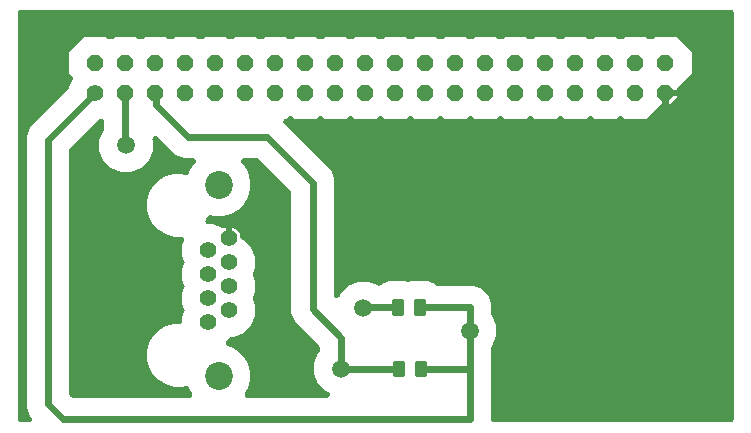
<source format=gbr>
G04 EAGLE Gerber X2 export*
%TF.Part,Single*%
%TF.FileFunction,Copper,L1,Top,Mixed*%
%TF.FilePolarity,Positive*%
%TF.GenerationSoftware,Autodesk,EAGLE,8.6.3*%
%TF.CreationDate,2019-03-24T10:24:12Z*%
G75*
%MOMM*%
%FSLAX34Y34*%
%LPD*%
%AMOC8*
5,1,8,0,0,1.08239X$1,22.5*%
G01*
%ADD10C,1.422400*%
%ADD11P,1.539592X8X22.500000*%
%ADD12C,2.362200*%
%ADD13C,0.250000*%
%ADD14C,0.609600*%
%ADD15C,1.500000*%

G36*
X-27986Y-9528D02*
X-27986Y-9528D01*
X-27856Y-9526D01*
X-27762Y-9508D01*
X-27667Y-9499D01*
X-27542Y-9465D01*
X-27414Y-9440D01*
X-27325Y-9406D01*
X-27233Y-9381D01*
X-27116Y-9325D01*
X-26994Y-9278D01*
X-26912Y-9228D01*
X-26826Y-9187D01*
X-26721Y-9112D01*
X-26609Y-9044D01*
X-26538Y-8981D01*
X-26460Y-8925D01*
X-26369Y-8832D01*
X-26272Y-8746D01*
X-26213Y-8671D01*
X-26146Y-8603D01*
X-26073Y-8495D01*
X-25993Y-8393D01*
X-25948Y-8309D01*
X-25894Y-8230D01*
X-25841Y-8111D01*
X-25780Y-7996D01*
X-25751Y-7905D01*
X-25712Y-7818D01*
X-25681Y-7691D01*
X-25641Y-7568D01*
X-25628Y-7473D01*
X-25605Y-7380D01*
X-25597Y-7251D01*
X-25579Y-7122D01*
X-25583Y-7026D01*
X-25577Y-6931D01*
X-25593Y-6802D01*
X-25598Y-6672D01*
X-25619Y-6579D01*
X-25630Y-6484D01*
X-25667Y-6359D01*
X-25695Y-6232D01*
X-25732Y-6144D01*
X-25760Y-6053D01*
X-25819Y-5937D01*
X-25869Y-5817D01*
X-25921Y-5736D01*
X-25964Y-5651D01*
X-26043Y-5548D01*
X-26113Y-5439D01*
X-26199Y-5341D01*
X-26236Y-5293D01*
X-26269Y-5262D01*
X-26320Y-5204D01*
X-27301Y-4224D01*
X-30049Y2410D01*
X-30049Y233090D01*
X-27301Y239724D01*
X-21867Y245158D01*
X5244Y272268D01*
X5349Y272395D01*
X5461Y272515D01*
X5493Y272567D01*
X5532Y272614D01*
X5614Y272756D01*
X5702Y272895D01*
X5726Y272952D01*
X5756Y273005D01*
X5811Y273159D01*
X5873Y273312D01*
X5886Y273371D01*
X5907Y273429D01*
X5933Y273591D01*
X5968Y273752D01*
X5973Y273829D01*
X5980Y273873D01*
X5979Y273934D01*
X5983Y273987D01*
X8806Y280805D01*
X8870Y281008D01*
X8935Y281209D01*
X8937Y281222D01*
X8941Y281234D01*
X8968Y281446D01*
X8997Y281655D01*
X8996Y281668D01*
X8998Y281681D01*
X8987Y281892D01*
X8978Y282105D01*
X8976Y282118D01*
X8975Y282131D01*
X8927Y282336D01*
X8881Y282544D01*
X8876Y282556D01*
X8873Y282569D01*
X8789Y282765D01*
X8707Y282960D01*
X8700Y282971D01*
X8695Y282983D01*
X8578Y283160D01*
X8463Y283338D01*
X8453Y283350D01*
X8447Y283358D01*
X8420Y283387D01*
X8256Y283572D01*
X5987Y285841D01*
X5987Y304159D01*
X18941Y317113D01*
X37259Y317113D01*
X39004Y315368D01*
X39031Y315345D01*
X39054Y315319D01*
X39203Y315201D01*
X39350Y315079D01*
X39380Y315061D01*
X39407Y315040D01*
X39575Y314950D01*
X39741Y314855D01*
X39773Y314844D01*
X39804Y314827D01*
X39985Y314769D01*
X40165Y314705D01*
X40199Y314699D01*
X40232Y314688D01*
X40421Y314662D01*
X40609Y314631D01*
X40644Y314632D01*
X40678Y314627D01*
X40869Y314635D01*
X41059Y314637D01*
X41094Y314644D01*
X41128Y314645D01*
X41314Y314686D01*
X41502Y314723D01*
X41534Y314735D01*
X41568Y314743D01*
X41744Y314816D01*
X41922Y314885D01*
X41951Y314903D01*
X41983Y314916D01*
X42144Y315020D01*
X42306Y315119D01*
X42332Y315142D01*
X42361Y315161D01*
X42596Y315368D01*
X44341Y317113D01*
X62659Y317113D01*
X64404Y315368D01*
X64431Y315345D01*
X64454Y315319D01*
X64603Y315201D01*
X64750Y315079D01*
X64780Y315061D01*
X64807Y315040D01*
X64975Y314950D01*
X65141Y314855D01*
X65173Y314844D01*
X65204Y314827D01*
X65385Y314769D01*
X65565Y314705D01*
X65599Y314699D01*
X65632Y314688D01*
X65821Y314662D01*
X66009Y314631D01*
X66044Y314632D01*
X66078Y314627D01*
X66269Y314635D01*
X66459Y314637D01*
X66494Y314644D01*
X66528Y314645D01*
X66714Y314686D01*
X66902Y314723D01*
X66934Y314735D01*
X66968Y314743D01*
X67144Y314816D01*
X67322Y314885D01*
X67351Y314903D01*
X67383Y314916D01*
X67544Y315020D01*
X67706Y315119D01*
X67732Y315142D01*
X67761Y315161D01*
X67996Y315368D01*
X69741Y317113D01*
X88059Y317113D01*
X89804Y315368D01*
X89831Y315345D01*
X89854Y315319D01*
X90003Y315201D01*
X90150Y315079D01*
X90180Y315061D01*
X90207Y315040D01*
X90375Y314950D01*
X90541Y314855D01*
X90573Y314844D01*
X90604Y314827D01*
X90785Y314769D01*
X90965Y314705D01*
X90999Y314699D01*
X91032Y314688D01*
X91221Y314662D01*
X91409Y314631D01*
X91444Y314632D01*
X91478Y314627D01*
X91669Y314635D01*
X91859Y314637D01*
X91894Y314644D01*
X91928Y314645D01*
X92114Y314686D01*
X92302Y314723D01*
X92334Y314735D01*
X92368Y314743D01*
X92544Y314816D01*
X92722Y314885D01*
X92751Y314903D01*
X92783Y314916D01*
X92944Y315020D01*
X93106Y315119D01*
X93132Y315142D01*
X93161Y315161D01*
X93396Y315368D01*
X95141Y317113D01*
X113459Y317113D01*
X115204Y315368D01*
X115231Y315345D01*
X115254Y315319D01*
X115403Y315201D01*
X115550Y315079D01*
X115580Y315061D01*
X115607Y315040D01*
X115775Y314950D01*
X115941Y314855D01*
X115973Y314844D01*
X116004Y314827D01*
X116185Y314769D01*
X116365Y314705D01*
X116399Y314699D01*
X116432Y314688D01*
X116621Y314662D01*
X116809Y314631D01*
X116844Y314632D01*
X116878Y314627D01*
X117069Y314635D01*
X117259Y314637D01*
X117294Y314644D01*
X117328Y314645D01*
X117514Y314686D01*
X117702Y314723D01*
X117734Y314735D01*
X117768Y314743D01*
X117944Y314816D01*
X118122Y314885D01*
X118151Y314903D01*
X118183Y314916D01*
X118344Y315020D01*
X118506Y315119D01*
X118532Y315142D01*
X118561Y315161D01*
X118796Y315368D01*
X120541Y317113D01*
X138859Y317113D01*
X140604Y315368D01*
X140631Y315345D01*
X140654Y315319D01*
X140803Y315201D01*
X140950Y315079D01*
X140980Y315061D01*
X141007Y315040D01*
X141175Y314950D01*
X141341Y314855D01*
X141373Y314844D01*
X141404Y314827D01*
X141585Y314769D01*
X141765Y314705D01*
X141799Y314699D01*
X141832Y314688D01*
X142021Y314662D01*
X142209Y314631D01*
X142244Y314632D01*
X142278Y314627D01*
X142469Y314635D01*
X142659Y314637D01*
X142694Y314644D01*
X142728Y314645D01*
X142914Y314686D01*
X143102Y314723D01*
X143134Y314735D01*
X143168Y314743D01*
X143344Y314816D01*
X143522Y314885D01*
X143551Y314903D01*
X143583Y314916D01*
X143744Y315020D01*
X143906Y315119D01*
X143932Y315142D01*
X143961Y315161D01*
X144196Y315368D01*
X145941Y317113D01*
X164259Y317113D01*
X166004Y315368D01*
X166031Y315345D01*
X166054Y315319D01*
X166203Y315201D01*
X166350Y315079D01*
X166380Y315061D01*
X166407Y315040D01*
X166575Y314950D01*
X166741Y314855D01*
X166773Y314844D01*
X166804Y314827D01*
X166985Y314769D01*
X167165Y314705D01*
X167199Y314699D01*
X167232Y314688D01*
X167421Y314662D01*
X167609Y314631D01*
X167644Y314632D01*
X167678Y314627D01*
X167869Y314635D01*
X168059Y314637D01*
X168094Y314644D01*
X168128Y314645D01*
X168314Y314686D01*
X168502Y314723D01*
X168534Y314735D01*
X168568Y314743D01*
X168744Y314816D01*
X168922Y314885D01*
X168951Y314903D01*
X168983Y314916D01*
X169144Y315020D01*
X169306Y315119D01*
X169332Y315142D01*
X169361Y315161D01*
X169596Y315368D01*
X171341Y317113D01*
X189659Y317113D01*
X191404Y315368D01*
X191431Y315345D01*
X191454Y315319D01*
X191603Y315201D01*
X191750Y315079D01*
X191780Y315061D01*
X191807Y315040D01*
X191975Y314950D01*
X192141Y314855D01*
X192173Y314844D01*
X192204Y314827D01*
X192385Y314769D01*
X192565Y314705D01*
X192599Y314699D01*
X192632Y314688D01*
X192821Y314662D01*
X193009Y314631D01*
X193044Y314632D01*
X193078Y314627D01*
X193269Y314635D01*
X193459Y314637D01*
X193494Y314644D01*
X193528Y314645D01*
X193714Y314686D01*
X193902Y314723D01*
X193934Y314735D01*
X193968Y314743D01*
X194144Y314816D01*
X194322Y314885D01*
X194351Y314903D01*
X194383Y314916D01*
X194544Y315020D01*
X194706Y315119D01*
X194732Y315142D01*
X194761Y315161D01*
X194996Y315368D01*
X196741Y317113D01*
X215059Y317113D01*
X216804Y315368D01*
X216831Y315345D01*
X216854Y315319D01*
X217003Y315201D01*
X217150Y315079D01*
X217180Y315061D01*
X217207Y315040D01*
X217375Y314950D01*
X217541Y314855D01*
X217573Y314844D01*
X217604Y314827D01*
X217785Y314769D01*
X217965Y314705D01*
X217999Y314699D01*
X218032Y314688D01*
X218221Y314662D01*
X218409Y314631D01*
X218444Y314632D01*
X218478Y314627D01*
X218669Y314635D01*
X218859Y314637D01*
X218894Y314644D01*
X218928Y314645D01*
X219114Y314686D01*
X219302Y314723D01*
X219334Y314735D01*
X219368Y314743D01*
X219544Y314816D01*
X219722Y314885D01*
X219751Y314903D01*
X219783Y314916D01*
X219944Y315020D01*
X220106Y315119D01*
X220132Y315142D01*
X220161Y315161D01*
X220396Y315368D01*
X222141Y317113D01*
X240459Y317113D01*
X242204Y315368D01*
X242231Y315345D01*
X242254Y315319D01*
X242403Y315201D01*
X242550Y315079D01*
X242580Y315061D01*
X242607Y315040D01*
X242775Y314950D01*
X242941Y314855D01*
X242973Y314844D01*
X243004Y314827D01*
X243185Y314769D01*
X243365Y314705D01*
X243399Y314699D01*
X243432Y314688D01*
X243621Y314662D01*
X243809Y314631D01*
X243844Y314632D01*
X243878Y314627D01*
X244069Y314635D01*
X244259Y314637D01*
X244294Y314644D01*
X244328Y314645D01*
X244514Y314686D01*
X244702Y314723D01*
X244734Y314735D01*
X244768Y314743D01*
X244944Y314816D01*
X245122Y314885D01*
X245151Y314903D01*
X245183Y314916D01*
X245344Y315020D01*
X245506Y315119D01*
X245532Y315142D01*
X245561Y315161D01*
X245796Y315368D01*
X247541Y317113D01*
X265859Y317113D01*
X267604Y315368D01*
X267631Y315345D01*
X267654Y315319D01*
X267803Y315201D01*
X267950Y315079D01*
X267980Y315061D01*
X268007Y315040D01*
X268175Y314950D01*
X268341Y314855D01*
X268373Y314844D01*
X268404Y314827D01*
X268585Y314769D01*
X268765Y314705D01*
X268799Y314699D01*
X268832Y314688D01*
X269021Y314662D01*
X269209Y314631D01*
X269244Y314632D01*
X269278Y314627D01*
X269469Y314635D01*
X269659Y314637D01*
X269694Y314644D01*
X269728Y314645D01*
X269914Y314686D01*
X270102Y314723D01*
X270134Y314735D01*
X270168Y314743D01*
X270344Y314816D01*
X270522Y314885D01*
X270551Y314903D01*
X270583Y314916D01*
X270744Y315020D01*
X270906Y315119D01*
X270932Y315142D01*
X270961Y315161D01*
X271196Y315368D01*
X272941Y317113D01*
X291259Y317113D01*
X293004Y315368D01*
X293031Y315345D01*
X293054Y315319D01*
X293203Y315201D01*
X293350Y315079D01*
X293380Y315061D01*
X293407Y315040D01*
X293575Y314950D01*
X293741Y314855D01*
X293773Y314844D01*
X293804Y314827D01*
X293985Y314769D01*
X294165Y314705D01*
X294199Y314699D01*
X294232Y314688D01*
X294421Y314662D01*
X294609Y314631D01*
X294644Y314632D01*
X294678Y314627D01*
X294869Y314635D01*
X295059Y314637D01*
X295094Y314644D01*
X295128Y314645D01*
X295314Y314686D01*
X295502Y314723D01*
X295534Y314735D01*
X295568Y314743D01*
X295744Y314816D01*
X295922Y314885D01*
X295951Y314903D01*
X295983Y314916D01*
X296144Y315020D01*
X296306Y315119D01*
X296332Y315142D01*
X296361Y315161D01*
X296596Y315368D01*
X298341Y317113D01*
X316659Y317113D01*
X318404Y315368D01*
X318431Y315345D01*
X318454Y315319D01*
X318603Y315201D01*
X318750Y315079D01*
X318780Y315061D01*
X318807Y315040D01*
X318975Y314950D01*
X319141Y314855D01*
X319173Y314844D01*
X319204Y314827D01*
X319385Y314769D01*
X319565Y314705D01*
X319599Y314699D01*
X319632Y314688D01*
X319821Y314662D01*
X320009Y314631D01*
X320044Y314632D01*
X320078Y314627D01*
X320269Y314635D01*
X320459Y314637D01*
X320494Y314644D01*
X320528Y314645D01*
X320714Y314686D01*
X320902Y314723D01*
X320934Y314735D01*
X320968Y314743D01*
X321144Y314816D01*
X321322Y314885D01*
X321351Y314903D01*
X321383Y314916D01*
X321544Y315020D01*
X321706Y315119D01*
X321732Y315142D01*
X321761Y315161D01*
X321996Y315368D01*
X323741Y317113D01*
X342059Y317113D01*
X343804Y315368D01*
X343831Y315345D01*
X343854Y315319D01*
X344003Y315201D01*
X344150Y315079D01*
X344180Y315061D01*
X344207Y315040D01*
X344375Y314950D01*
X344541Y314855D01*
X344573Y314844D01*
X344604Y314827D01*
X344785Y314769D01*
X344965Y314705D01*
X344999Y314699D01*
X345032Y314688D01*
X345221Y314662D01*
X345409Y314631D01*
X345444Y314632D01*
X345478Y314627D01*
X345669Y314635D01*
X345859Y314637D01*
X345894Y314644D01*
X345928Y314645D01*
X346114Y314686D01*
X346302Y314723D01*
X346334Y314735D01*
X346368Y314743D01*
X346544Y314816D01*
X346722Y314885D01*
X346751Y314903D01*
X346783Y314916D01*
X346944Y315020D01*
X347106Y315119D01*
X347132Y315142D01*
X347161Y315161D01*
X347396Y315368D01*
X349141Y317113D01*
X367459Y317113D01*
X369204Y315368D01*
X369231Y315345D01*
X369254Y315319D01*
X369403Y315201D01*
X369550Y315079D01*
X369580Y315061D01*
X369607Y315040D01*
X369775Y314950D01*
X369941Y314855D01*
X369973Y314844D01*
X370004Y314827D01*
X370185Y314769D01*
X370365Y314705D01*
X370399Y314699D01*
X370432Y314688D01*
X370621Y314662D01*
X370809Y314631D01*
X370844Y314632D01*
X370878Y314627D01*
X371069Y314635D01*
X371259Y314637D01*
X371294Y314644D01*
X371328Y314645D01*
X371514Y314686D01*
X371702Y314723D01*
X371734Y314735D01*
X371768Y314743D01*
X371944Y314816D01*
X372122Y314885D01*
X372151Y314903D01*
X372183Y314916D01*
X372344Y315020D01*
X372506Y315119D01*
X372532Y315142D01*
X372561Y315161D01*
X372796Y315368D01*
X374541Y317113D01*
X392859Y317113D01*
X394604Y315368D01*
X394631Y315345D01*
X394654Y315319D01*
X394803Y315201D01*
X394950Y315079D01*
X394980Y315061D01*
X395007Y315040D01*
X395175Y314950D01*
X395341Y314855D01*
X395373Y314844D01*
X395404Y314827D01*
X395585Y314769D01*
X395765Y314705D01*
X395799Y314699D01*
X395832Y314688D01*
X396021Y314662D01*
X396209Y314631D01*
X396244Y314632D01*
X396278Y314627D01*
X396469Y314635D01*
X396659Y314637D01*
X396694Y314644D01*
X396728Y314645D01*
X396914Y314686D01*
X397102Y314723D01*
X397134Y314735D01*
X397168Y314743D01*
X397344Y314816D01*
X397522Y314885D01*
X397551Y314903D01*
X397583Y314916D01*
X397744Y315020D01*
X397906Y315119D01*
X397932Y315142D01*
X397961Y315161D01*
X398196Y315368D01*
X399941Y317113D01*
X418259Y317113D01*
X420004Y315368D01*
X420031Y315345D01*
X420054Y315319D01*
X420203Y315201D01*
X420350Y315079D01*
X420380Y315062D01*
X420407Y315040D01*
X420576Y314950D01*
X420741Y314855D01*
X420773Y314844D01*
X420804Y314827D01*
X420985Y314768D01*
X421165Y314705D01*
X421199Y314699D01*
X421232Y314688D01*
X421421Y314662D01*
X421609Y314631D01*
X421644Y314632D01*
X421678Y314627D01*
X421869Y314635D01*
X422060Y314637D01*
X422094Y314644D01*
X422128Y314645D01*
X422314Y314686D01*
X422502Y314723D01*
X422534Y314735D01*
X422568Y314743D01*
X422743Y314816D01*
X422922Y314885D01*
X422951Y314903D01*
X422983Y314916D01*
X423143Y315020D01*
X423306Y315119D01*
X423332Y315142D01*
X423361Y315161D01*
X423596Y315368D01*
X425341Y317113D01*
X443659Y317113D01*
X445404Y315368D01*
X445431Y315345D01*
X445454Y315319D01*
X445603Y315201D01*
X445750Y315079D01*
X445780Y315061D01*
X445807Y315040D01*
X445975Y314950D01*
X446141Y314855D01*
X446173Y314844D01*
X446204Y314827D01*
X446385Y314769D01*
X446565Y314705D01*
X446599Y314699D01*
X446632Y314688D01*
X446821Y314662D01*
X447009Y314631D01*
X447044Y314632D01*
X447078Y314627D01*
X447269Y314635D01*
X447459Y314637D01*
X447494Y314644D01*
X447528Y314645D01*
X447714Y314686D01*
X447902Y314723D01*
X447934Y314735D01*
X447968Y314743D01*
X448144Y314816D01*
X448322Y314885D01*
X448351Y314903D01*
X448383Y314916D01*
X448544Y315020D01*
X448706Y315119D01*
X448732Y315142D01*
X448761Y315161D01*
X448996Y315368D01*
X450741Y317113D01*
X469059Y317113D01*
X470804Y315368D01*
X470831Y315345D01*
X470854Y315319D01*
X471003Y315201D01*
X471150Y315079D01*
X471180Y315061D01*
X471207Y315040D01*
X471375Y314950D01*
X471541Y314855D01*
X471573Y314844D01*
X471604Y314827D01*
X471785Y314769D01*
X471965Y314705D01*
X471999Y314699D01*
X472032Y314688D01*
X472221Y314662D01*
X472409Y314631D01*
X472444Y314632D01*
X472478Y314627D01*
X472669Y314635D01*
X472859Y314637D01*
X472894Y314644D01*
X472928Y314645D01*
X473114Y314686D01*
X473302Y314723D01*
X473334Y314735D01*
X473368Y314743D01*
X473544Y314816D01*
X473722Y314885D01*
X473751Y314903D01*
X473783Y314916D01*
X473944Y315020D01*
X474106Y315119D01*
X474132Y315142D01*
X474161Y315161D01*
X474396Y315368D01*
X476141Y317113D01*
X494459Y317113D01*
X496204Y315368D01*
X496231Y315345D01*
X496254Y315319D01*
X496403Y315201D01*
X496550Y315079D01*
X496580Y315061D01*
X496607Y315040D01*
X496775Y314950D01*
X496941Y314855D01*
X496973Y314844D01*
X497004Y314827D01*
X497185Y314769D01*
X497365Y314705D01*
X497399Y314699D01*
X497432Y314688D01*
X497621Y314662D01*
X497809Y314631D01*
X497844Y314632D01*
X497878Y314627D01*
X498069Y314635D01*
X498259Y314637D01*
X498294Y314644D01*
X498328Y314645D01*
X498514Y314686D01*
X498702Y314723D01*
X498734Y314735D01*
X498768Y314743D01*
X498944Y314816D01*
X499122Y314885D01*
X499151Y314903D01*
X499183Y314916D01*
X499344Y315020D01*
X499506Y315119D01*
X499532Y315142D01*
X499561Y315161D01*
X499796Y315368D01*
X501541Y317113D01*
X519859Y317113D01*
X532813Y304159D01*
X532813Y285841D01*
X521096Y274124D01*
X520991Y273998D01*
X520879Y273877D01*
X520847Y273826D01*
X520808Y273779D01*
X520726Y273636D01*
X520638Y273497D01*
X520614Y273441D01*
X520584Y273388D01*
X520529Y273233D01*
X520501Y273166D01*
X520488Y273135D01*
X520487Y273129D01*
X520467Y273081D01*
X520454Y273021D01*
X520433Y272964D01*
X520407Y272801D01*
X520406Y272798D01*
X520381Y272698D01*
X520380Y272679D01*
X520372Y272641D01*
X520367Y272564D01*
X520360Y272520D01*
X520361Y272458D01*
X520353Y272329D01*
X520353Y272139D01*
X510700Y272139D01*
X510666Y272136D01*
X510631Y272138D01*
X510442Y272116D01*
X510252Y272099D01*
X510218Y272090D01*
X510184Y272086D01*
X510001Y272031D01*
X509817Y271981D01*
X509786Y271966D01*
X509753Y271956D01*
X509582Y271869D01*
X509411Y271788D01*
X509383Y271767D01*
X509352Y271752D01*
X509200Y271636D01*
X509045Y271525D01*
X509044Y271525D01*
X509020Y271500D01*
X508993Y271480D01*
X508993Y271479D01*
X508992Y271479D01*
X508863Y271339D01*
X508730Y271202D01*
X508711Y271174D01*
X508687Y271148D01*
X508585Y270987D01*
X508478Y270829D01*
X508464Y270798D01*
X508445Y270768D01*
X508373Y270592D01*
X508296Y270417D01*
X508288Y270384D01*
X508275Y270352D01*
X508234Y270165D01*
X508189Y269980D01*
X508187Y269946D01*
X508180Y269912D01*
X508161Y269600D01*
X508161Y259947D01*
X507971Y259947D01*
X507808Y259933D01*
X507643Y259926D01*
X507583Y259913D01*
X507523Y259907D01*
X507364Y259864D01*
X507203Y259828D01*
X507147Y259805D01*
X507088Y259789D01*
X506940Y259718D01*
X506788Y259655D01*
X506737Y259622D01*
X506682Y259595D01*
X506548Y259500D01*
X506410Y259410D01*
X506352Y259359D01*
X506316Y259333D01*
X506273Y259290D01*
X506176Y259204D01*
X494459Y247487D01*
X476141Y247487D01*
X474396Y249232D01*
X474369Y249255D01*
X474346Y249281D01*
X474197Y249399D01*
X474050Y249521D01*
X474020Y249538D01*
X473993Y249560D01*
X473824Y249650D01*
X473659Y249745D01*
X473627Y249756D01*
X473596Y249773D01*
X473415Y249832D01*
X473235Y249895D01*
X473201Y249901D01*
X473168Y249912D01*
X472979Y249938D01*
X472791Y249969D01*
X472756Y249968D01*
X472722Y249973D01*
X472531Y249965D01*
X472340Y249963D01*
X472306Y249956D01*
X472272Y249955D01*
X472086Y249914D01*
X471898Y249877D01*
X471866Y249865D01*
X471832Y249857D01*
X471657Y249784D01*
X471478Y249715D01*
X471449Y249697D01*
X471417Y249684D01*
X471257Y249580D01*
X471094Y249481D01*
X471068Y249458D01*
X471039Y249439D01*
X470804Y249232D01*
X469059Y247487D01*
X450741Y247487D01*
X448996Y249232D01*
X448969Y249255D01*
X448946Y249281D01*
X448797Y249399D01*
X448650Y249521D01*
X448620Y249539D01*
X448593Y249560D01*
X448425Y249650D01*
X448259Y249745D01*
X448227Y249756D01*
X448196Y249773D01*
X448015Y249831D01*
X447835Y249895D01*
X447801Y249901D01*
X447768Y249912D01*
X447579Y249938D01*
X447391Y249969D01*
X447356Y249968D01*
X447322Y249973D01*
X447131Y249965D01*
X446941Y249963D01*
X446906Y249956D01*
X446872Y249955D01*
X446686Y249914D01*
X446498Y249877D01*
X446466Y249865D01*
X446432Y249857D01*
X446256Y249784D01*
X446078Y249715D01*
X446049Y249697D01*
X446017Y249684D01*
X445856Y249580D01*
X445694Y249481D01*
X445668Y249458D01*
X445639Y249439D01*
X445404Y249232D01*
X443659Y247487D01*
X425341Y247487D01*
X423596Y249232D01*
X423569Y249255D01*
X423546Y249281D01*
X423397Y249399D01*
X423250Y249521D01*
X423220Y249538D01*
X423193Y249560D01*
X423024Y249650D01*
X422859Y249745D01*
X422827Y249756D01*
X422796Y249773D01*
X422615Y249832D01*
X422435Y249895D01*
X422401Y249901D01*
X422368Y249912D01*
X422179Y249938D01*
X421991Y249969D01*
X421956Y249968D01*
X421922Y249973D01*
X421731Y249965D01*
X421540Y249963D01*
X421506Y249956D01*
X421472Y249955D01*
X421286Y249914D01*
X421098Y249877D01*
X421066Y249865D01*
X421032Y249857D01*
X420857Y249784D01*
X420678Y249715D01*
X420649Y249697D01*
X420617Y249684D01*
X420457Y249580D01*
X420294Y249481D01*
X420268Y249458D01*
X420239Y249439D01*
X420004Y249232D01*
X418259Y247487D01*
X399941Y247487D01*
X398196Y249232D01*
X398169Y249255D01*
X398146Y249281D01*
X397997Y249399D01*
X397850Y249521D01*
X397820Y249538D01*
X397793Y249560D01*
X397624Y249650D01*
X397459Y249745D01*
X397427Y249756D01*
X397396Y249773D01*
X397215Y249832D01*
X397035Y249895D01*
X397001Y249901D01*
X396968Y249912D01*
X396779Y249938D01*
X396591Y249969D01*
X396556Y249968D01*
X396522Y249973D01*
X396331Y249965D01*
X396140Y249963D01*
X396106Y249956D01*
X396072Y249955D01*
X395886Y249914D01*
X395698Y249877D01*
X395666Y249865D01*
X395632Y249857D01*
X395457Y249784D01*
X395278Y249715D01*
X395249Y249697D01*
X395217Y249684D01*
X395057Y249580D01*
X394894Y249481D01*
X394868Y249458D01*
X394839Y249439D01*
X394604Y249232D01*
X392859Y247487D01*
X374541Y247487D01*
X372796Y249232D01*
X372769Y249255D01*
X372746Y249281D01*
X372597Y249399D01*
X372450Y249521D01*
X372420Y249538D01*
X372393Y249560D01*
X372224Y249650D01*
X372059Y249745D01*
X372027Y249756D01*
X371996Y249773D01*
X371815Y249832D01*
X371635Y249895D01*
X371601Y249901D01*
X371568Y249912D01*
X371379Y249938D01*
X371191Y249969D01*
X371156Y249968D01*
X371122Y249973D01*
X370931Y249965D01*
X370740Y249963D01*
X370706Y249956D01*
X370672Y249955D01*
X370486Y249914D01*
X370298Y249877D01*
X370266Y249865D01*
X370232Y249857D01*
X370057Y249784D01*
X369878Y249715D01*
X369849Y249697D01*
X369817Y249684D01*
X369657Y249580D01*
X369494Y249481D01*
X369468Y249458D01*
X369439Y249439D01*
X369204Y249232D01*
X367459Y247487D01*
X349141Y247487D01*
X347396Y249232D01*
X347369Y249255D01*
X347346Y249281D01*
X347197Y249399D01*
X347050Y249521D01*
X347020Y249538D01*
X346993Y249560D01*
X346824Y249650D01*
X346659Y249745D01*
X346627Y249756D01*
X346596Y249773D01*
X346415Y249832D01*
X346235Y249895D01*
X346201Y249901D01*
X346168Y249912D01*
X345979Y249938D01*
X345791Y249969D01*
X345756Y249968D01*
X345722Y249973D01*
X345531Y249965D01*
X345340Y249963D01*
X345306Y249956D01*
X345272Y249955D01*
X345086Y249914D01*
X344898Y249877D01*
X344866Y249865D01*
X344832Y249857D01*
X344657Y249784D01*
X344478Y249715D01*
X344449Y249697D01*
X344417Y249684D01*
X344257Y249580D01*
X344094Y249481D01*
X344068Y249458D01*
X344039Y249439D01*
X343804Y249232D01*
X342059Y247487D01*
X323741Y247487D01*
X321996Y249232D01*
X321969Y249255D01*
X321946Y249281D01*
X321797Y249399D01*
X321650Y249521D01*
X321620Y249538D01*
X321593Y249560D01*
X321424Y249650D01*
X321259Y249745D01*
X321227Y249756D01*
X321196Y249773D01*
X321015Y249832D01*
X320835Y249895D01*
X320801Y249901D01*
X320768Y249912D01*
X320579Y249938D01*
X320391Y249969D01*
X320356Y249968D01*
X320322Y249973D01*
X320131Y249965D01*
X319940Y249963D01*
X319906Y249956D01*
X319872Y249955D01*
X319686Y249914D01*
X319498Y249877D01*
X319466Y249865D01*
X319432Y249857D01*
X319257Y249784D01*
X319078Y249715D01*
X319049Y249697D01*
X319017Y249684D01*
X318857Y249580D01*
X318694Y249481D01*
X318668Y249458D01*
X318639Y249439D01*
X318404Y249232D01*
X316659Y247487D01*
X298341Y247487D01*
X296596Y249232D01*
X296569Y249255D01*
X296546Y249281D01*
X296397Y249399D01*
X296250Y249521D01*
X296220Y249538D01*
X296193Y249560D01*
X296024Y249650D01*
X295859Y249745D01*
X295827Y249756D01*
X295796Y249773D01*
X295615Y249832D01*
X295435Y249895D01*
X295401Y249901D01*
X295368Y249912D01*
X295179Y249938D01*
X294991Y249969D01*
X294956Y249968D01*
X294922Y249973D01*
X294731Y249965D01*
X294540Y249963D01*
X294506Y249956D01*
X294472Y249955D01*
X294286Y249914D01*
X294098Y249877D01*
X294066Y249865D01*
X294032Y249857D01*
X293857Y249784D01*
X293678Y249715D01*
X293649Y249697D01*
X293617Y249684D01*
X293457Y249580D01*
X293294Y249481D01*
X293268Y249458D01*
X293239Y249439D01*
X293004Y249232D01*
X291259Y247487D01*
X272941Y247487D01*
X271196Y249232D01*
X271169Y249255D01*
X271146Y249281D01*
X270997Y249399D01*
X270850Y249521D01*
X270820Y249538D01*
X270793Y249560D01*
X270624Y249650D01*
X270459Y249745D01*
X270427Y249756D01*
X270396Y249773D01*
X270215Y249832D01*
X270035Y249895D01*
X270001Y249901D01*
X269968Y249912D01*
X269779Y249938D01*
X269591Y249969D01*
X269556Y249968D01*
X269522Y249973D01*
X269331Y249965D01*
X269140Y249963D01*
X269106Y249956D01*
X269072Y249955D01*
X268886Y249914D01*
X268698Y249877D01*
X268666Y249865D01*
X268632Y249857D01*
X268457Y249784D01*
X268278Y249715D01*
X268249Y249697D01*
X268217Y249684D01*
X268057Y249580D01*
X267894Y249481D01*
X267868Y249458D01*
X267839Y249439D01*
X267604Y249232D01*
X265859Y247487D01*
X247541Y247487D01*
X245796Y249232D01*
X245769Y249255D01*
X245746Y249281D01*
X245597Y249399D01*
X245450Y249521D01*
X245420Y249538D01*
X245393Y249560D01*
X245224Y249650D01*
X245059Y249745D01*
X245027Y249756D01*
X244996Y249773D01*
X244815Y249832D01*
X244635Y249895D01*
X244601Y249901D01*
X244568Y249912D01*
X244379Y249938D01*
X244191Y249969D01*
X244156Y249968D01*
X244122Y249973D01*
X243931Y249965D01*
X243740Y249963D01*
X243706Y249956D01*
X243672Y249955D01*
X243486Y249914D01*
X243298Y249877D01*
X243266Y249865D01*
X243232Y249857D01*
X243057Y249784D01*
X242878Y249715D01*
X242849Y249697D01*
X242817Y249684D01*
X242657Y249580D01*
X242494Y249481D01*
X242468Y249458D01*
X242439Y249439D01*
X242204Y249232D01*
X240459Y247487D01*
X222141Y247487D01*
X220396Y249232D01*
X220369Y249255D01*
X220346Y249281D01*
X220197Y249399D01*
X220050Y249521D01*
X220020Y249538D01*
X219993Y249560D01*
X219824Y249650D01*
X219659Y249745D01*
X219627Y249756D01*
X219596Y249773D01*
X219415Y249832D01*
X219235Y249895D01*
X219201Y249901D01*
X219168Y249912D01*
X218979Y249938D01*
X218791Y249969D01*
X218756Y249968D01*
X218722Y249973D01*
X218531Y249965D01*
X218340Y249963D01*
X218306Y249956D01*
X218272Y249955D01*
X218086Y249914D01*
X217898Y249877D01*
X217866Y249865D01*
X217832Y249857D01*
X217657Y249784D01*
X217478Y249715D01*
X217449Y249697D01*
X217417Y249684D01*
X217257Y249580D01*
X217094Y249481D01*
X217068Y249458D01*
X217039Y249439D01*
X216804Y249232D01*
X215059Y247487D01*
X196741Y247487D01*
X194996Y249232D01*
X194969Y249255D01*
X194946Y249281D01*
X194797Y249399D01*
X194650Y249521D01*
X194620Y249538D01*
X194593Y249560D01*
X194424Y249650D01*
X194259Y249745D01*
X194227Y249756D01*
X194196Y249773D01*
X194015Y249832D01*
X193835Y249895D01*
X193801Y249901D01*
X193768Y249912D01*
X193579Y249938D01*
X193391Y249969D01*
X193356Y249968D01*
X193322Y249973D01*
X193131Y249965D01*
X192940Y249963D01*
X192906Y249956D01*
X192872Y249955D01*
X192686Y249914D01*
X192498Y249877D01*
X192466Y249865D01*
X192432Y249857D01*
X192257Y249784D01*
X192078Y249715D01*
X192049Y249697D01*
X192017Y249684D01*
X191857Y249580D01*
X191694Y249481D01*
X191668Y249458D01*
X191639Y249439D01*
X191404Y249232D01*
X189659Y247487D01*
X189653Y247487D01*
X189523Y247476D01*
X189393Y247474D01*
X189300Y247456D01*
X189204Y247447D01*
X189079Y247413D01*
X188951Y247388D01*
X188862Y247354D01*
X188770Y247329D01*
X188653Y247273D01*
X188531Y247226D01*
X188449Y247176D01*
X188363Y247135D01*
X188258Y247060D01*
X188146Y246992D01*
X188075Y246929D01*
X187997Y246873D01*
X187906Y246780D01*
X187809Y246694D01*
X187750Y246619D01*
X187683Y246551D01*
X187610Y246443D01*
X187530Y246341D01*
X187484Y246257D01*
X187431Y246178D01*
X187378Y246059D01*
X187317Y245944D01*
X187288Y245853D01*
X187249Y245766D01*
X187218Y245639D01*
X187178Y245516D01*
X187165Y245421D01*
X187142Y245328D01*
X187134Y245199D01*
X187116Y245070D01*
X187120Y244974D01*
X187114Y244879D01*
X187129Y244750D01*
X187135Y244620D01*
X187155Y244527D01*
X187167Y244432D01*
X187204Y244307D01*
X187232Y244180D01*
X187269Y244092D01*
X187297Y244001D01*
X187356Y243885D01*
X187406Y243765D01*
X187458Y243685D01*
X187501Y243599D01*
X187580Y243496D01*
X187650Y243387D01*
X187736Y243289D01*
X187773Y243241D01*
X187806Y243210D01*
X187857Y243152D01*
X189143Y241867D01*
X207658Y223352D01*
X221867Y209143D01*
X227301Y203709D01*
X230049Y197075D01*
X230049Y98325D01*
X230064Y98148D01*
X230074Y97971D01*
X230084Y97924D01*
X230089Y97877D01*
X230135Y97705D01*
X230176Y97532D01*
X230195Y97488D01*
X230207Y97442D01*
X230283Y97282D01*
X230354Y97119D01*
X230380Y97079D01*
X230401Y97036D01*
X230504Y96891D01*
X230602Y96743D01*
X230635Y96709D01*
X230663Y96670D01*
X230790Y96545D01*
X230913Y96417D01*
X230951Y96389D01*
X230985Y96356D01*
X231133Y96256D01*
X231276Y96151D01*
X231319Y96130D01*
X231358Y96103D01*
X231521Y96032D01*
X231680Y95954D01*
X231726Y95941D01*
X231770Y95921D01*
X231943Y95879D01*
X232114Y95831D01*
X232161Y95826D01*
X232208Y95815D01*
X232385Y95804D01*
X232562Y95786D01*
X232609Y95790D01*
X232657Y95787D01*
X232834Y95807D01*
X233011Y95821D01*
X233057Y95833D01*
X233104Y95839D01*
X233275Y95890D01*
X233446Y95935D01*
X233489Y95955D01*
X233535Y95969D01*
X233694Y96050D01*
X233855Y96124D01*
X233894Y96152D01*
X233937Y96174D01*
X234078Y96281D01*
X234224Y96383D01*
X234257Y96417D01*
X234295Y96446D01*
X234416Y96576D01*
X234541Y96702D01*
X234568Y96742D01*
X234600Y96777D01*
X234696Y96927D01*
X234797Y97073D01*
X234823Y97126D01*
X234842Y97157D01*
X234866Y97215D01*
X234934Y97353D01*
X235925Y99746D01*
X242254Y106075D01*
X250524Y109501D01*
X259476Y109501D01*
X267166Y106315D01*
X267369Y106252D01*
X267570Y106186D01*
X267583Y106184D01*
X267596Y106180D01*
X267806Y106154D01*
X268016Y106125D01*
X268030Y106125D01*
X268043Y106124D01*
X268253Y106134D01*
X268466Y106143D01*
X268479Y106146D01*
X268492Y106147D01*
X268697Y106194D01*
X268906Y106241D01*
X268918Y106246D01*
X268931Y106249D01*
X269125Y106332D01*
X269321Y106414D01*
X269332Y106422D01*
X269344Y106427D01*
X269522Y106544D01*
X269699Y106659D01*
X269711Y106669D01*
X269720Y106675D01*
X269749Y106702D01*
X269934Y106866D01*
X270695Y107627D01*
X276668Y110101D01*
X290632Y110101D01*
X292028Y109523D01*
X292185Y109473D01*
X292340Y109417D01*
X292400Y109406D01*
X292458Y109388D01*
X292621Y109367D01*
X292783Y109339D01*
X292844Y109339D01*
X292905Y109331D01*
X293069Y109340D01*
X293233Y109340D01*
X293293Y109351D01*
X293354Y109354D01*
X293514Y109391D01*
X293676Y109421D01*
X293749Y109446D01*
X293793Y109456D01*
X293849Y109480D01*
X293972Y109523D01*
X295368Y110101D01*
X309332Y110101D01*
X315305Y107627D01*
X316140Y106792D01*
X316266Y106687D01*
X316387Y106575D01*
X316438Y106543D01*
X316485Y106504D01*
X316628Y106422D01*
X316766Y106334D01*
X316823Y106310D01*
X316876Y106280D01*
X317031Y106225D01*
X317183Y106163D01*
X317243Y106150D01*
X317300Y106129D01*
X317462Y106103D01*
X317623Y106068D01*
X317700Y106063D01*
X317744Y106056D01*
X317805Y106057D01*
X317935Y106049D01*
X348590Y106049D01*
X355224Y103301D01*
X360301Y98224D01*
X363049Y91590D01*
X363049Y82824D01*
X363063Y82660D01*
X363070Y82496D01*
X363083Y82436D01*
X363089Y82375D01*
X363132Y82217D01*
X363168Y82056D01*
X363191Y82000D01*
X363207Y81941D01*
X363278Y81793D01*
X363341Y81641D01*
X363374Y81589D01*
X363401Y81534D01*
X363496Y81401D01*
X363586Y81262D01*
X363637Y81205D01*
X363663Y81168D01*
X363706Y81126D01*
X363793Y81028D01*
X364075Y80746D01*
X367501Y72476D01*
X367501Y63524D01*
X364075Y55254D01*
X363793Y54972D01*
X363687Y54846D01*
X363575Y54725D01*
X363543Y54673D01*
X363504Y54626D01*
X363422Y54484D01*
X363334Y54345D01*
X363310Y54288D01*
X363280Y54235D01*
X363225Y54081D01*
X363163Y53928D01*
X363150Y53869D01*
X363129Y53811D01*
X363103Y53649D01*
X363068Y53488D01*
X363063Y53411D01*
X363056Y53367D01*
X363057Y53306D01*
X363049Y53176D01*
X363049Y-7000D01*
X363052Y-7035D01*
X363050Y-7069D01*
X363072Y-7258D01*
X363089Y-7449D01*
X363098Y-7482D01*
X363102Y-7516D01*
X363157Y-7699D01*
X363207Y-7883D01*
X363222Y-7914D01*
X363232Y-7947D01*
X363319Y-8118D01*
X363401Y-8290D01*
X363421Y-8318D01*
X363436Y-8349D01*
X363552Y-8501D01*
X363663Y-8656D01*
X363688Y-8680D01*
X363708Y-8707D01*
X363848Y-8836D01*
X363985Y-8970D01*
X364014Y-8989D01*
X364040Y-9013D01*
X364201Y-9115D01*
X364358Y-9222D01*
X364390Y-9236D01*
X364419Y-9254D01*
X364596Y-9327D01*
X364770Y-9404D01*
X364804Y-9412D01*
X364836Y-9425D01*
X365023Y-9465D01*
X365208Y-9511D01*
X365242Y-9513D01*
X365276Y-9520D01*
X365588Y-9539D01*
X566000Y-9539D01*
X566035Y-9536D01*
X566069Y-9538D01*
X566258Y-9516D01*
X566449Y-9499D01*
X566482Y-9490D01*
X566516Y-9486D01*
X566699Y-9431D01*
X566883Y-9381D01*
X566914Y-9366D01*
X566947Y-9356D01*
X567118Y-9269D01*
X567290Y-9187D01*
X567318Y-9167D01*
X567349Y-9152D01*
X567501Y-9036D01*
X567656Y-8925D01*
X567680Y-8901D01*
X567707Y-8880D01*
X567837Y-8739D01*
X567970Y-8603D01*
X567989Y-8574D01*
X568013Y-8548D01*
X568115Y-8387D01*
X568222Y-8230D01*
X568236Y-8198D01*
X568254Y-8169D01*
X568327Y-7992D01*
X568404Y-7818D01*
X568412Y-7784D01*
X568425Y-7752D01*
X568465Y-7565D01*
X568511Y-7380D01*
X568513Y-7346D01*
X568520Y-7312D01*
X568539Y-7000D01*
X568539Y337300D01*
X568536Y337335D01*
X568538Y337369D01*
X568516Y337558D01*
X568499Y337749D01*
X568490Y337782D01*
X568486Y337816D01*
X568431Y337999D01*
X568381Y338183D01*
X568366Y338214D01*
X568356Y338247D01*
X568269Y338418D01*
X568187Y338590D01*
X568167Y338618D01*
X568152Y338649D01*
X568036Y338801D01*
X567925Y338956D01*
X567900Y338980D01*
X567880Y339007D01*
X567739Y339136D01*
X567603Y339270D01*
X567574Y339289D01*
X567548Y339313D01*
X567387Y339415D01*
X567230Y339522D01*
X567198Y339536D01*
X567169Y339554D01*
X566992Y339627D01*
X566818Y339704D01*
X566784Y339712D01*
X566752Y339725D01*
X566565Y339765D01*
X566380Y339811D01*
X566346Y339813D01*
X566312Y339820D01*
X566000Y339839D01*
X-35000Y339839D01*
X-35035Y339836D01*
X-35069Y339838D01*
X-35258Y339816D01*
X-35449Y339799D01*
X-35482Y339790D01*
X-35516Y339786D01*
X-35699Y339731D01*
X-35883Y339681D01*
X-35914Y339666D01*
X-35947Y339656D01*
X-36118Y339569D01*
X-36290Y339487D01*
X-36318Y339467D01*
X-36349Y339452D01*
X-36501Y339336D01*
X-36656Y339225D01*
X-36680Y339200D01*
X-36707Y339180D01*
X-36836Y339040D01*
X-36970Y338903D01*
X-36989Y338874D01*
X-37013Y338848D01*
X-37115Y338687D01*
X-37222Y338530D01*
X-37236Y338498D01*
X-37254Y338469D01*
X-37327Y338292D01*
X-37404Y338118D01*
X-37412Y338084D01*
X-37425Y338052D01*
X-37465Y337865D01*
X-37511Y337680D01*
X-37513Y337646D01*
X-37520Y337612D01*
X-37539Y337300D01*
X-37539Y-7000D01*
X-37536Y-7035D01*
X-37538Y-7069D01*
X-37516Y-7258D01*
X-37499Y-7449D01*
X-37490Y-7482D01*
X-37486Y-7516D01*
X-37431Y-7699D01*
X-37381Y-7883D01*
X-37366Y-7914D01*
X-37356Y-7947D01*
X-37269Y-8118D01*
X-37187Y-8290D01*
X-37167Y-8318D01*
X-37152Y-8349D01*
X-37036Y-8501D01*
X-36925Y-8656D01*
X-36900Y-8680D01*
X-36880Y-8707D01*
X-36740Y-8836D01*
X-36603Y-8970D01*
X-36574Y-8989D01*
X-36548Y-9013D01*
X-36387Y-9115D01*
X-36230Y-9222D01*
X-36198Y-9236D01*
X-36169Y-9254D01*
X-35992Y-9327D01*
X-35818Y-9404D01*
X-35784Y-9412D01*
X-35752Y-9425D01*
X-35565Y-9465D01*
X-35380Y-9511D01*
X-35346Y-9513D01*
X-35312Y-9520D01*
X-35000Y-9539D01*
X-28116Y-9539D01*
X-27986Y-9528D01*
G37*
G36*
X107631Y11259D02*
X107631Y11259D01*
X107654Y11257D01*
X107855Y11279D01*
X108056Y11297D01*
X108079Y11303D01*
X108102Y11305D01*
X108295Y11362D01*
X108491Y11415D01*
X108512Y11425D01*
X108534Y11432D01*
X108715Y11522D01*
X108897Y11609D01*
X108916Y11622D01*
X108937Y11632D01*
X109099Y11753D01*
X109263Y11871D01*
X109280Y11887D01*
X109298Y11901D01*
X109436Y12048D01*
X109577Y12193D01*
X109590Y12213D01*
X109606Y12229D01*
X109716Y12399D01*
X109830Y12566D01*
X109839Y12588D01*
X109852Y12607D01*
X109930Y12793D01*
X110012Y12978D01*
X110017Y13001D01*
X110026Y13022D01*
X110071Y13220D01*
X110118Y13416D01*
X110120Y13439D01*
X110125Y13461D01*
X110134Y13663D01*
X110146Y13865D01*
X110143Y13888D01*
X110144Y13911D01*
X110118Y14111D01*
X110094Y14312D01*
X110087Y14334D01*
X110084Y14357D01*
X110022Y14549D01*
X109964Y14743D01*
X109953Y14764D01*
X109946Y14786D01*
X109807Y15066D01*
X107405Y19225D01*
X107308Y19590D01*
X107296Y19622D01*
X107289Y19656D01*
X107218Y19834D01*
X107153Y20013D01*
X107136Y20043D01*
X107123Y20075D01*
X107022Y20237D01*
X106926Y20402D01*
X106904Y20428D01*
X106885Y20457D01*
X106758Y20599D01*
X106634Y20744D01*
X106607Y20766D01*
X106584Y20792D01*
X106434Y20909D01*
X106286Y21030D01*
X106256Y21047D01*
X106229Y21068D01*
X106060Y21157D01*
X105893Y21250D01*
X105860Y21261D01*
X105830Y21277D01*
X105648Y21335D01*
X105468Y21397D01*
X105433Y21402D01*
X105400Y21413D01*
X105211Y21437D01*
X105023Y21466D01*
X104988Y21465D01*
X104954Y21470D01*
X104763Y21460D01*
X104573Y21456D01*
X104539Y21449D01*
X104504Y21447D01*
X104198Y21385D01*
X101578Y20683D01*
X94622Y20683D01*
X87904Y22484D01*
X81880Y25961D01*
X76961Y30880D01*
X73484Y36904D01*
X71683Y43622D01*
X71683Y50578D01*
X73484Y57296D01*
X76961Y63320D01*
X81880Y68239D01*
X87904Y71716D01*
X94622Y73517D01*
X98848Y73517D01*
X98883Y73520D01*
X98917Y73518D01*
X99106Y73540D01*
X99297Y73557D01*
X99330Y73566D01*
X99364Y73570D01*
X99547Y73625D01*
X99731Y73675D01*
X99762Y73690D01*
X99795Y73700D01*
X99966Y73787D01*
X100138Y73869D01*
X100166Y73889D01*
X100197Y73904D01*
X100349Y74020D01*
X100504Y74131D01*
X100528Y74156D01*
X100555Y74176D01*
X100684Y74316D01*
X100818Y74453D01*
X100837Y74482D01*
X100861Y74508D01*
X100963Y74669D01*
X101070Y74826D01*
X101084Y74858D01*
X101102Y74887D01*
X101175Y75064D01*
X101252Y75238D01*
X101260Y75272D01*
X101273Y75304D01*
X101313Y75491D01*
X101359Y75676D01*
X101361Y75710D01*
X101368Y75744D01*
X101387Y76056D01*
X101387Y79438D01*
X103371Y84228D01*
X103421Y84385D01*
X103477Y84540D01*
X103488Y84600D01*
X103506Y84658D01*
X103527Y84821D01*
X103555Y84983D01*
X103555Y85044D01*
X103563Y85105D01*
X103554Y85269D01*
X103554Y85433D01*
X103543Y85493D01*
X103540Y85554D01*
X103502Y85714D01*
X103473Y85876D01*
X103448Y85949D01*
X103438Y85993D01*
X103414Y86049D01*
X103371Y86172D01*
X101387Y90961D01*
X101387Y99758D01*
X103371Y104548D01*
X103421Y104705D01*
X103477Y104860D01*
X103488Y104920D01*
X103506Y104978D01*
X103527Y105141D01*
X103555Y105303D01*
X103555Y105364D01*
X103563Y105425D01*
X103554Y105589D01*
X103554Y105753D01*
X103543Y105813D01*
X103540Y105874D01*
X103502Y106034D01*
X103473Y106196D01*
X103448Y106269D01*
X103438Y106313D01*
X103414Y106369D01*
X103371Y106492D01*
X101387Y111281D01*
X101387Y120078D01*
X103371Y124868D01*
X103421Y125025D01*
X103477Y125180D01*
X103488Y125240D01*
X103506Y125298D01*
X103527Y125461D01*
X103555Y125623D01*
X103555Y125684D01*
X103563Y125745D01*
X103554Y125909D01*
X103554Y126073D01*
X103543Y126133D01*
X103540Y126194D01*
X103502Y126354D01*
X103473Y126516D01*
X103448Y126589D01*
X103438Y126633D01*
X103414Y126689D01*
X103371Y126812D01*
X101387Y131601D01*
X101387Y140399D01*
X102950Y144172D01*
X102975Y144251D01*
X103008Y144326D01*
X103042Y144465D01*
X103085Y144602D01*
X103096Y144684D01*
X103115Y144764D01*
X103124Y144906D01*
X103142Y145049D01*
X103138Y145131D01*
X103143Y145213D01*
X103126Y145355D01*
X103119Y145498D01*
X103100Y145578D01*
X103091Y145660D01*
X103049Y145798D01*
X103017Y145937D01*
X102984Y146012D01*
X102960Y146091D01*
X102895Y146219D01*
X102839Y146350D01*
X102793Y146419D01*
X102756Y146493D01*
X102670Y146607D01*
X102591Y146726D01*
X102534Y146786D01*
X102484Y146851D01*
X102379Y146948D01*
X102280Y147052D01*
X102214Y147101D01*
X102153Y147157D01*
X102032Y147234D01*
X101917Y147318D01*
X101843Y147354D01*
X101773Y147398D01*
X101641Y147453D01*
X101512Y147516D01*
X101433Y147538D01*
X101357Y147569D01*
X101216Y147599D01*
X101079Y147639D01*
X100997Y147647D01*
X100916Y147664D01*
X100670Y147679D01*
X100631Y147683D01*
X100620Y147682D01*
X100604Y147683D01*
X94622Y147683D01*
X87904Y149484D01*
X81880Y152961D01*
X76961Y157880D01*
X73484Y163904D01*
X71683Y170622D01*
X71683Y177578D01*
X73484Y184296D01*
X76961Y190320D01*
X81880Y195239D01*
X87904Y198716D01*
X94622Y200517D01*
X101578Y200517D01*
X104198Y199815D01*
X104232Y199809D01*
X104265Y199798D01*
X104453Y199770D01*
X104641Y199737D01*
X104676Y199737D01*
X104710Y199732D01*
X104901Y199738D01*
X105092Y199739D01*
X105126Y199745D01*
X105160Y199747D01*
X105347Y199786D01*
X105534Y199821D01*
X105567Y199833D01*
X105601Y199840D01*
X105777Y199912D01*
X105956Y199979D01*
X105986Y199997D01*
X106018Y200010D01*
X106179Y200112D01*
X106343Y200210D01*
X106369Y200232D01*
X106398Y200251D01*
X106539Y200380D01*
X106683Y200505D01*
X106704Y200532D01*
X106730Y200555D01*
X106846Y200707D01*
X106965Y200855D01*
X106982Y200886D01*
X107003Y200913D01*
X107090Y201083D01*
X107182Y201250D01*
X107193Y201283D01*
X107208Y201314D01*
X107308Y201610D01*
X107405Y201975D01*
X110935Y208089D01*
X112463Y209616D01*
X112546Y209716D01*
X112637Y209809D01*
X112691Y209889D01*
X112752Y209962D01*
X112816Y210075D01*
X112889Y210182D01*
X112928Y210270D01*
X112975Y210353D01*
X113019Y210475D01*
X113071Y210594D01*
X113094Y210687D01*
X113126Y210777D01*
X113147Y210905D01*
X113178Y211032D01*
X113184Y211127D01*
X113200Y211221D01*
X113198Y211351D01*
X113206Y211481D01*
X113195Y211576D01*
X113193Y211672D01*
X113169Y211799D01*
X113154Y211928D01*
X113126Y212020D01*
X113108Y212114D01*
X113061Y212235D01*
X113023Y212359D01*
X112980Y212445D01*
X112946Y212534D01*
X112878Y212645D01*
X112819Y212761D01*
X112761Y212837D01*
X112712Y212918D01*
X112626Y213016D01*
X112547Y213119D01*
X112477Y213184D01*
X112414Y213256D01*
X112312Y213336D01*
X112216Y213425D01*
X112135Y213476D01*
X112060Y213535D01*
X111946Y213597D01*
X111836Y213666D01*
X111748Y213703D01*
X111664Y213748D01*
X111540Y213788D01*
X111420Y213837D01*
X111326Y213857D01*
X111235Y213887D01*
X111107Y213905D01*
X110979Y213932D01*
X110849Y213940D01*
X110789Y213948D01*
X110745Y213947D01*
X110667Y213951D01*
X102728Y213951D01*
X96095Y216699D01*
X90660Y222133D01*
X80707Y232087D01*
X80570Y232201D01*
X80439Y232320D01*
X80398Y232345D01*
X80362Y232376D01*
X80207Y232464D01*
X80057Y232558D01*
X80012Y232575D01*
X79971Y232599D01*
X79803Y232659D01*
X79638Y232724D01*
X79591Y232734D01*
X79546Y232750D01*
X79371Y232779D01*
X79197Y232814D01*
X79149Y232815D01*
X79102Y232823D01*
X78924Y232821D01*
X78747Y232825D01*
X78700Y232818D01*
X78652Y232817D01*
X78477Y232783D01*
X78302Y232756D01*
X78257Y232741D01*
X78210Y232732D01*
X78044Y232668D01*
X77876Y232610D01*
X77834Y232587D01*
X77790Y232569D01*
X77638Y232477D01*
X77483Y232391D01*
X77446Y232360D01*
X77405Y232335D01*
X77272Y232218D01*
X77135Y232105D01*
X77104Y232069D01*
X77068Y232037D01*
X76957Y231898D01*
X76842Y231763D01*
X76818Y231722D01*
X76788Y231684D01*
X76704Y231528D01*
X76615Y231374D01*
X76598Y231329D01*
X76576Y231287D01*
X76521Y231118D01*
X76460Y230952D01*
X76451Y230904D01*
X76436Y230859D01*
X76412Y230683D01*
X76381Y230508D01*
X76382Y230460D01*
X76375Y230413D01*
X76382Y230235D01*
X76383Y230058D01*
X76391Y230011D01*
X76393Y229963D01*
X76432Y229789D01*
X76464Y229615D01*
X76483Y229559D01*
X76491Y229523D01*
X76501Y229500D01*
X76501Y220524D01*
X73075Y212254D01*
X66746Y205925D01*
X58476Y202499D01*
X49524Y202499D01*
X41254Y205925D01*
X34925Y212254D01*
X31499Y220524D01*
X31499Y229476D01*
X34960Y237830D01*
X34996Y237874D01*
X35078Y238016D01*
X35116Y238075D01*
X35117Y238078D01*
X35166Y238155D01*
X35190Y238212D01*
X35220Y238265D01*
X35275Y238420D01*
X35337Y238572D01*
X35350Y238631D01*
X35371Y238689D01*
X35397Y238851D01*
X35432Y239012D01*
X35437Y239089D01*
X35444Y239133D01*
X35443Y239194D01*
X35451Y239324D01*
X35451Y244948D01*
X35448Y244983D01*
X35450Y245017D01*
X35428Y245206D01*
X35411Y245397D01*
X35402Y245430D01*
X35398Y245464D01*
X35343Y245647D01*
X35293Y245831D01*
X35278Y245862D01*
X35268Y245895D01*
X35181Y246066D01*
X35099Y246238D01*
X35079Y246266D01*
X35064Y246297D01*
X34948Y246449D01*
X34837Y246604D01*
X34812Y246628D01*
X34792Y246655D01*
X34652Y246784D01*
X34515Y246918D01*
X34486Y246937D01*
X34460Y246961D01*
X34299Y247063D01*
X34142Y247170D01*
X34110Y247184D01*
X34081Y247202D01*
X33904Y247275D01*
X33730Y247352D01*
X33696Y247360D01*
X33664Y247373D01*
X33477Y247413D01*
X33292Y247459D01*
X33258Y247461D01*
X33224Y247468D01*
X32912Y247487D01*
X32564Y247487D01*
X32400Y247473D01*
X32236Y247466D01*
X32176Y247453D01*
X32115Y247447D01*
X31956Y247404D01*
X31796Y247368D01*
X31740Y247345D01*
X31681Y247329D01*
X31533Y247258D01*
X31381Y247195D01*
X31329Y247162D01*
X31274Y247135D01*
X31141Y247040D01*
X31002Y246950D01*
X30945Y246899D01*
X30908Y246873D01*
X30866Y246830D01*
X30768Y246744D01*
X6792Y222768D01*
X6687Y222641D01*
X6575Y222521D01*
X6543Y222469D01*
X6504Y222422D01*
X6422Y222280D01*
X6334Y222141D01*
X6310Y222084D01*
X6280Y222031D01*
X6225Y221877D01*
X6163Y221724D01*
X6150Y221665D01*
X6129Y221607D01*
X6103Y221445D01*
X6068Y221284D01*
X6063Y221207D01*
X6056Y221163D01*
X6057Y221102D01*
X6049Y220972D01*
X6049Y14528D01*
X6063Y14364D01*
X6070Y14200D01*
X6083Y14140D01*
X6089Y14079D01*
X6132Y13920D01*
X6168Y13760D01*
X6191Y13704D01*
X6207Y13645D01*
X6278Y13497D01*
X6341Y13345D01*
X6374Y13293D01*
X6401Y13238D01*
X6496Y13105D01*
X6586Y12966D01*
X6637Y12909D01*
X6663Y12872D01*
X6706Y12830D01*
X6792Y12732D01*
X7524Y12000D01*
X7651Y11895D01*
X7771Y11783D01*
X7823Y11751D01*
X7870Y11712D01*
X8012Y11630D01*
X8151Y11542D01*
X8208Y11518D01*
X8261Y11488D01*
X8415Y11433D01*
X8568Y11371D01*
X8627Y11358D01*
X8685Y11337D01*
X8847Y11311D01*
X9008Y11276D01*
X9085Y11271D01*
X9129Y11264D01*
X9190Y11265D01*
X9320Y11257D01*
X107608Y11257D01*
X107631Y11259D01*
G37*
G36*
X224350Y11272D02*
X224350Y11272D01*
X224527Y11282D01*
X224573Y11292D01*
X224621Y11297D01*
X224793Y11343D01*
X224965Y11384D01*
X225009Y11403D01*
X225055Y11415D01*
X225216Y11491D01*
X225379Y11562D01*
X225419Y11588D01*
X225462Y11609D01*
X225606Y11712D01*
X225755Y11810D01*
X225789Y11843D01*
X225828Y11871D01*
X225952Y11998D01*
X226081Y12121D01*
X226109Y12159D01*
X226142Y12193D01*
X226242Y12341D01*
X226347Y12484D01*
X226368Y12527D01*
X226394Y12566D01*
X226466Y12729D01*
X226544Y12888D01*
X226557Y12934D01*
X226577Y12978D01*
X226619Y13151D01*
X226667Y13322D01*
X226672Y13369D01*
X226683Y13416D01*
X226694Y13593D01*
X226712Y13770D01*
X226708Y13817D01*
X226711Y13865D01*
X226690Y14042D01*
X226676Y14219D01*
X226664Y14265D01*
X226659Y14312D01*
X226607Y14483D01*
X226562Y14654D01*
X226542Y14697D01*
X226529Y14743D01*
X226448Y14902D01*
X226373Y15063D01*
X226346Y15102D01*
X226324Y15145D01*
X226217Y15286D01*
X226115Y15432D01*
X226081Y15465D01*
X226052Y15503D01*
X225922Y15624D01*
X225796Y15749D01*
X225756Y15776D01*
X225721Y15808D01*
X225571Y15904D01*
X225425Y16005D01*
X225372Y16031D01*
X225341Y16050D01*
X225283Y16074D01*
X225144Y16142D01*
X223254Y16925D01*
X216925Y23254D01*
X213499Y31524D01*
X213499Y40476D01*
X216925Y48746D01*
X217208Y49028D01*
X217313Y49155D01*
X217425Y49275D01*
X217457Y49327D01*
X217496Y49374D01*
X217578Y49516D01*
X217666Y49655D01*
X217690Y49712D01*
X217720Y49765D01*
X217775Y49920D01*
X217837Y50072D01*
X217850Y50131D01*
X217871Y50189D01*
X217897Y50351D01*
X217932Y50512D01*
X217937Y50589D01*
X217944Y50633D01*
X217943Y50694D01*
X217951Y50824D01*
X217951Y53732D01*
X217937Y53895D01*
X217930Y54060D01*
X217917Y54119D01*
X217911Y54180D01*
X217868Y54339D01*
X217832Y54499D01*
X217809Y54556D01*
X217793Y54614D01*
X217722Y54763D01*
X217659Y54915D01*
X217626Y54966D01*
X217599Y55021D01*
X217504Y55155D01*
X217414Y55293D01*
X217363Y55351D01*
X217337Y55387D01*
X217294Y55430D01*
X217208Y55527D01*
X196699Y76036D01*
X193951Y82669D01*
X193951Y184957D01*
X193937Y185121D01*
X193930Y185285D01*
X193917Y185345D01*
X193911Y185406D01*
X193868Y185565D01*
X193832Y185725D01*
X193809Y185781D01*
X193793Y185840D01*
X193722Y185988D01*
X193659Y186140D01*
X193626Y186192D01*
X193599Y186247D01*
X193504Y186380D01*
X193414Y186519D01*
X193363Y186576D01*
X193337Y186613D01*
X193294Y186655D01*
X193208Y186753D01*
X182133Y197827D01*
X166753Y213208D01*
X166626Y213313D01*
X166506Y213425D01*
X166454Y213457D01*
X166407Y213496D01*
X166265Y213578D01*
X166126Y213666D01*
X166069Y213690D01*
X166016Y213720D01*
X165862Y213775D01*
X165709Y213837D01*
X165650Y213850D01*
X165592Y213871D01*
X165430Y213897D01*
X165269Y213932D01*
X165192Y213937D01*
X165148Y213944D01*
X165087Y213943D01*
X164957Y213951D01*
X154113Y213951D01*
X153983Y213940D01*
X153853Y213938D01*
X153759Y213920D01*
X153664Y213911D01*
X153538Y213877D01*
X153411Y213852D01*
X153322Y213818D01*
X153230Y213793D01*
X153112Y213737D01*
X152991Y213690D01*
X152909Y213640D01*
X152823Y213599D01*
X152717Y213524D01*
X152606Y213456D01*
X152535Y213393D01*
X152457Y213337D01*
X152366Y213244D01*
X152269Y213158D01*
X152210Y213083D01*
X152143Y213015D01*
X152070Y212907D01*
X151989Y212805D01*
X151944Y212721D01*
X151891Y212642D01*
X151838Y212523D01*
X151777Y212408D01*
X151747Y212317D01*
X151709Y212230D01*
X151678Y212104D01*
X151638Y211980D01*
X151624Y211885D01*
X151602Y211792D01*
X151594Y211663D01*
X151576Y211534D01*
X151580Y211438D01*
X151574Y211343D01*
X151589Y211214D01*
X151595Y211084D01*
X151615Y210991D01*
X151626Y210896D01*
X151664Y210771D01*
X151692Y210644D01*
X151729Y210556D01*
X151757Y210465D01*
X151816Y210349D01*
X151866Y210229D01*
X151918Y210149D01*
X151961Y210063D01*
X152039Y209960D01*
X152110Y209851D01*
X152196Y209753D01*
X152233Y209705D01*
X152262Y209678D01*
X152269Y209668D01*
X152279Y209659D01*
X152317Y209616D01*
X153845Y208089D01*
X157375Y201975D01*
X159202Y195156D01*
X159202Y188096D01*
X157375Y181277D01*
X153845Y175163D01*
X148853Y170171D01*
X142739Y166641D01*
X135920Y164814D01*
X128860Y164814D01*
X125808Y165632D01*
X125774Y165638D01*
X125741Y165649D01*
X125553Y165677D01*
X125365Y165710D01*
X125330Y165709D01*
X125296Y165714D01*
X125106Y165708D01*
X124915Y165707D01*
X124880Y165701D01*
X124846Y165700D01*
X124659Y165660D01*
X124472Y165626D01*
X124439Y165614D01*
X124405Y165606D01*
X124228Y165534D01*
X124050Y165467D01*
X124021Y165450D01*
X123988Y165437D01*
X123827Y165334D01*
X123663Y165237D01*
X123637Y165214D01*
X123608Y165196D01*
X123467Y165067D01*
X123323Y164942D01*
X123302Y164915D01*
X123276Y164891D01*
X123160Y164740D01*
X123041Y164591D01*
X123024Y164561D01*
X123003Y164533D01*
X122916Y164364D01*
X122825Y164196D01*
X122814Y164163D01*
X122798Y164133D01*
X122741Y163964D01*
X122734Y163948D01*
X122729Y163928D01*
X122727Y163922D01*
X121572Y161922D01*
X121562Y161901D01*
X121550Y161882D01*
X121468Y161696D01*
X121383Y161513D01*
X121377Y161491D01*
X121367Y161470D01*
X121319Y161273D01*
X121268Y161078D01*
X121266Y161055D01*
X121261Y161032D01*
X121248Y160831D01*
X121232Y160629D01*
X121234Y160606D01*
X121233Y160583D01*
X121256Y160382D01*
X121276Y160181D01*
X121282Y160159D01*
X121285Y160136D01*
X121344Y159941D01*
X121399Y159748D01*
X121409Y159727D01*
X121415Y159705D01*
X121507Y159524D01*
X121596Y159343D01*
X121609Y159324D01*
X121620Y159303D01*
X121742Y159143D01*
X121861Y158979D01*
X121878Y158963D01*
X121892Y158945D01*
X122040Y158808D01*
X122187Y158668D01*
X122206Y158655D01*
X122223Y158639D01*
X122394Y158531D01*
X122562Y158419D01*
X122583Y158410D01*
X122603Y158398D01*
X122790Y158321D01*
X122975Y158241D01*
X122998Y158235D01*
X123019Y158227D01*
X123217Y158184D01*
X123414Y158138D01*
X123437Y158137D01*
X123459Y158132D01*
X123771Y158113D01*
X127899Y158113D01*
X135410Y155001D01*
X135447Y154990D01*
X135482Y154973D01*
X135662Y154922D01*
X135839Y154867D01*
X135878Y154862D01*
X135916Y154851D01*
X136101Y154833D01*
X136286Y154810D01*
X136325Y154812D01*
X136364Y154808D01*
X136550Y154824D01*
X136736Y154833D01*
X136774Y154842D01*
X136813Y154845D01*
X136993Y154893D01*
X137174Y154935D01*
X137210Y154951D01*
X137248Y154961D01*
X137534Y155085D01*
X137575Y155106D01*
X138741Y155484D01*
X138741Y153083D01*
X138750Y152980D01*
X138749Y152875D01*
X138770Y152756D01*
X138780Y152635D01*
X138808Y152534D01*
X138826Y152432D01*
X138867Y152318D01*
X138899Y152200D01*
X138944Y152106D01*
X138979Y152008D01*
X139040Y151903D01*
X139092Y151794D01*
X139153Y151709D01*
X139205Y151619D01*
X139319Y151477D01*
X139355Y151428D01*
X139355Y151427D01*
X139374Y151409D01*
X139401Y151375D01*
X139541Y151246D01*
X139678Y151113D01*
X139707Y151094D01*
X139732Y151070D01*
X139893Y150968D01*
X140051Y150861D01*
X140083Y150847D01*
X140112Y150828D01*
X140288Y150756D01*
X140462Y150679D01*
X140497Y150671D01*
X140529Y150657D01*
X140715Y150617D01*
X140900Y150572D01*
X140935Y150570D01*
X140969Y150563D01*
X141160Y150556D01*
X141349Y150545D01*
X141384Y150549D01*
X141419Y150548D01*
X141607Y150575D01*
X141796Y150597D01*
X141830Y150607D01*
X141865Y150612D01*
X142045Y150672D01*
X142227Y150727D01*
X142259Y150743D01*
X142292Y150754D01*
X142459Y150845D01*
X142629Y150931D01*
X142657Y150953D01*
X142688Y150969D01*
X142836Y151088D01*
X142987Y151203D01*
X143011Y151229D01*
X143039Y151251D01*
X143164Y151395D01*
X143293Y151535D01*
X143312Y151564D01*
X143335Y151591D01*
X143432Y151754D01*
X143534Y151914D01*
X143548Y151947D01*
X143566Y151977D01*
X143633Y152155D01*
X143705Y152331D01*
X143713Y152365D01*
X143725Y152398D01*
X143760Y152584D01*
X143800Y152771D01*
X143803Y152814D01*
X143808Y152841D01*
X143808Y152902D01*
X143819Y153083D01*
X143819Y155484D01*
X144985Y155106D01*
X146339Y154416D01*
X147568Y153523D01*
X148643Y152448D01*
X149536Y151219D01*
X150226Y149865D01*
X150695Y148420D01*
X150904Y147101D01*
X150907Y147088D01*
X150908Y147075D01*
X150962Y146871D01*
X151014Y146664D01*
X151019Y146652D01*
X151022Y146640D01*
X151111Y146448D01*
X151199Y146253D01*
X151206Y146243D01*
X151211Y146231D01*
X151333Y146057D01*
X151453Y145882D01*
X151462Y145873D01*
X151470Y145862D01*
X151619Y145714D01*
X151769Y145561D01*
X151780Y145554D01*
X151789Y145545D01*
X151964Y145424D01*
X152137Y145302D01*
X152149Y145296D01*
X152160Y145289D01*
X152440Y145152D01*
X153806Y144586D01*
X160026Y138366D01*
X163393Y130239D01*
X163393Y121441D01*
X161409Y116652D01*
X161359Y116495D01*
X161303Y116340D01*
X161292Y116280D01*
X161274Y116222D01*
X161253Y116059D01*
X161225Y115897D01*
X161225Y115836D01*
X161217Y115775D01*
X161226Y115611D01*
X161226Y115447D01*
X161237Y115387D01*
X161240Y115326D01*
X161278Y115166D01*
X161307Y115004D01*
X161332Y114931D01*
X161342Y114887D01*
X161366Y114831D01*
X161409Y114708D01*
X163393Y109918D01*
X163393Y101121D01*
X161409Y96332D01*
X161359Y96175D01*
X161303Y96020D01*
X161292Y95960D01*
X161274Y95902D01*
X161253Y95739D01*
X161225Y95577D01*
X161225Y95516D01*
X161217Y95455D01*
X161226Y95291D01*
X161226Y95127D01*
X161237Y95067D01*
X161240Y95006D01*
X161278Y94846D01*
X161307Y94684D01*
X161332Y94611D01*
X161342Y94567D01*
X161366Y94511D01*
X161409Y94388D01*
X163393Y89598D01*
X163393Y80801D01*
X160026Y72674D01*
X153806Y66454D01*
X145679Y63087D01*
X143871Y63087D01*
X143707Y63073D01*
X143543Y63066D01*
X143484Y63053D01*
X143423Y63047D01*
X143264Y63004D01*
X143104Y62968D01*
X143047Y62945D01*
X142988Y62929D01*
X142840Y62858D01*
X142688Y62795D01*
X142637Y62762D01*
X142582Y62735D01*
X142448Y62640D01*
X142310Y62550D01*
X142252Y62499D01*
X142216Y62473D01*
X142173Y62430D01*
X142076Y62344D01*
X139186Y59454D01*
X139171Y59436D01*
X139154Y59421D01*
X139026Y59263D01*
X138897Y59108D01*
X138886Y59088D01*
X138871Y59070D01*
X138774Y58893D01*
X138674Y58718D01*
X138666Y58696D01*
X138655Y58675D01*
X138591Y58484D01*
X138523Y58293D01*
X138519Y58270D01*
X138512Y58249D01*
X138482Y58049D01*
X138449Y57849D01*
X138450Y57826D01*
X138446Y57803D01*
X138453Y57601D01*
X138455Y57399D01*
X138460Y57376D01*
X138461Y57353D01*
X138503Y57155D01*
X138541Y56957D01*
X138549Y56935D01*
X138554Y56913D01*
X138631Y56725D01*
X138703Y56537D01*
X138715Y56517D01*
X138724Y56496D01*
X138832Y56325D01*
X138937Y56152D01*
X138953Y56135D01*
X138965Y56115D01*
X139101Y55967D01*
X139235Y55815D01*
X139254Y55800D01*
X139269Y55783D01*
X139430Y55661D01*
X139589Y55535D01*
X139609Y55524D01*
X139627Y55510D01*
X139808Y55418D01*
X139985Y55323D01*
X140007Y55315D01*
X140028Y55305D01*
X140324Y55206D01*
X142739Y54559D01*
X148853Y51029D01*
X153845Y46037D01*
X157375Y39923D01*
X159202Y33104D01*
X159202Y26044D01*
X157375Y19225D01*
X154973Y15066D01*
X154963Y15045D01*
X154950Y15026D01*
X154869Y14841D01*
X154783Y14657D01*
X154778Y14635D01*
X154768Y14614D01*
X154720Y14417D01*
X154669Y14222D01*
X154667Y14199D01*
X154662Y14176D01*
X154649Y13975D01*
X154633Y13773D01*
X154635Y13750D01*
X154634Y13727D01*
X154657Y13526D01*
X154677Y13325D01*
X154683Y13303D01*
X154686Y13280D01*
X154745Y13085D01*
X154799Y12892D01*
X154810Y12871D01*
X154816Y12849D01*
X154908Y12669D01*
X154996Y12487D01*
X155010Y12468D01*
X155021Y12447D01*
X155143Y12287D01*
X155262Y12123D01*
X155279Y12107D01*
X155293Y12089D01*
X155442Y11951D01*
X155587Y11812D01*
X155607Y11799D01*
X155624Y11783D01*
X155795Y11675D01*
X155963Y11563D01*
X155984Y11554D01*
X156003Y11542D01*
X156190Y11465D01*
X156376Y11385D01*
X156399Y11379D01*
X156420Y11371D01*
X156618Y11328D01*
X156815Y11282D01*
X156838Y11281D01*
X156860Y11276D01*
X157172Y11257D01*
X224173Y11257D01*
X224350Y11272D01*
G37*
%LPC*%
G36*
X513239Y259947D02*
X513239Y259947D01*
X513239Y267061D01*
X520353Y267061D01*
X520353Y265602D01*
X514698Y259947D01*
X513239Y259947D01*
G37*
%LPD*%
D10*
X28100Y269600D03*
D11*
X28100Y295000D03*
X53500Y269600D03*
X53500Y295000D03*
X78900Y269600D03*
X78900Y295000D03*
X104300Y269600D03*
X104300Y295000D03*
X129700Y269600D03*
X129700Y295000D03*
X155100Y269600D03*
X155100Y295000D03*
X180500Y269600D03*
X180500Y295000D03*
X205900Y269600D03*
X205900Y295000D03*
X231300Y269600D03*
X231300Y295000D03*
X256700Y269600D03*
X256700Y295000D03*
X282100Y269600D03*
X282100Y295000D03*
X307500Y269600D03*
X307500Y295000D03*
X332900Y269600D03*
X332900Y295000D03*
X358300Y269600D03*
X358300Y295000D03*
X383700Y269600D03*
X383700Y295000D03*
X409100Y269600D03*
X409100Y295000D03*
X434500Y269600D03*
X434500Y295000D03*
X459900Y269600D03*
X459900Y295000D03*
X485300Y269600D03*
X485300Y295000D03*
X510700Y269600D03*
X510700Y295000D03*
D10*
X123500Y75040D03*
X141280Y85200D03*
X123500Y95360D03*
X141280Y105520D03*
X123500Y115680D03*
X141280Y125840D03*
X123500Y136000D03*
X141280Y146160D03*
D12*
X132390Y191626D03*
X132390Y29574D03*
D13*
X280900Y30150D02*
X288400Y30150D01*
X280900Y30150D02*
X280900Y41850D01*
X288400Y41850D01*
X288400Y30150D01*
X288400Y32649D02*
X280900Y32649D01*
X280900Y35148D02*
X288400Y35148D01*
X288400Y37647D02*
X280900Y37647D01*
X280900Y40146D02*
X288400Y40146D01*
X299600Y30150D02*
X307100Y30150D01*
X299600Y30150D02*
X299600Y41850D01*
X307100Y41850D01*
X307100Y30150D01*
X307100Y32649D02*
X299600Y32649D01*
X299600Y35148D02*
X307100Y35148D01*
X307100Y37647D02*
X299600Y37647D01*
X299600Y40146D02*
X307100Y40146D01*
X287400Y82150D02*
X279900Y82150D01*
X279900Y93850D01*
X287400Y93850D01*
X287400Y82150D01*
X287400Y84649D02*
X279900Y84649D01*
X279900Y87148D02*
X287400Y87148D01*
X287400Y89647D02*
X279900Y89647D01*
X279900Y92146D02*
X287400Y92146D01*
X298600Y82150D02*
X306100Y82150D01*
X298600Y82150D02*
X298600Y93850D01*
X306100Y93850D01*
X306100Y82150D01*
X306100Y84649D02*
X298600Y84649D01*
X298600Y87148D02*
X306100Y87148D01*
X306100Y89647D02*
X298600Y89647D01*
X298600Y92146D02*
X306100Y92146D01*
D14*
X510700Y215700D02*
X510700Y269600D01*
X455000Y160000D02*
X250000Y160000D01*
D15*
X250000Y160000D03*
D14*
X455000Y160000D02*
X510700Y215700D01*
D15*
X20000Y120000D03*
D14*
X-12000Y6000D02*
X792Y-6792D01*
X345000Y-6792D01*
X345000Y36000D01*
X345000Y88000D02*
X302350Y88000D01*
X303350Y36000D02*
X345000Y36000D01*
D15*
X345000Y68000D03*
D14*
X345000Y88000D01*
X345000Y68000D02*
X345000Y36000D01*
X28100Y269600D02*
X-12000Y229500D01*
X-12000Y6000D01*
D15*
X54000Y225000D03*
D14*
X54000Y269600D02*
X53500Y269600D01*
X53500Y225000D01*
X54000Y225000D01*
D15*
X255000Y87000D03*
D14*
X256000Y88000D02*
X283650Y88000D01*
X256000Y88000D02*
X255000Y87000D01*
X236000Y36000D02*
X284650Y36000D01*
D15*
X236000Y36000D03*
D14*
X236000Y62259D01*
X194243Y211243D02*
X192000Y213485D01*
X194243Y211243D02*
X212000Y193485D01*
X212000Y86259D01*
X236000Y62259D01*
X79140Y269360D02*
X78900Y269600D01*
X79140Y269360D02*
X79140Y259178D01*
X106318Y232000D01*
X173485Y232000D02*
X192000Y213485D01*
X173485Y232000D02*
X106318Y232000D01*
M02*

</source>
